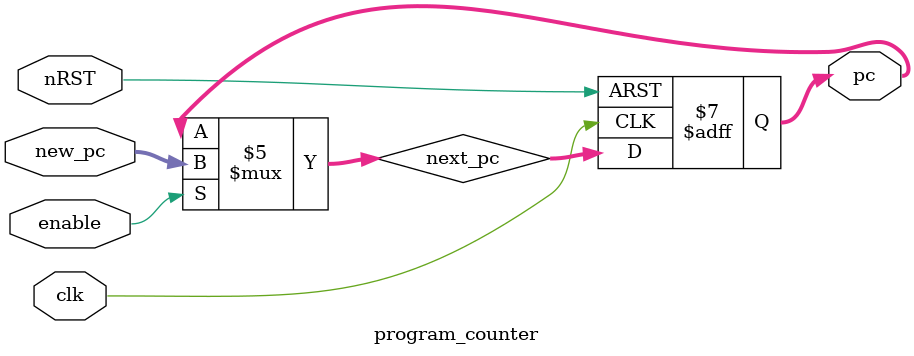
<source format=sv>
module program_counter (
    input   logic        clk, nRST,
    input   logic        enable,
    input   logic [31:0] new_pc,  
    output  logic [31:0] pc
);
    logic [31:0] next_pc;

    always_ff @(posedge clk, negedge nRST) begin
        if(~nRST)
            pc <= 32'h33000000;
        else begin
            pc <= next_pc;
        end
    end

    always_comb begin
        next_pc = pc;
        if (enable) begin
            next_pc = new_pc;
        end
    end
endmodule
</source>
